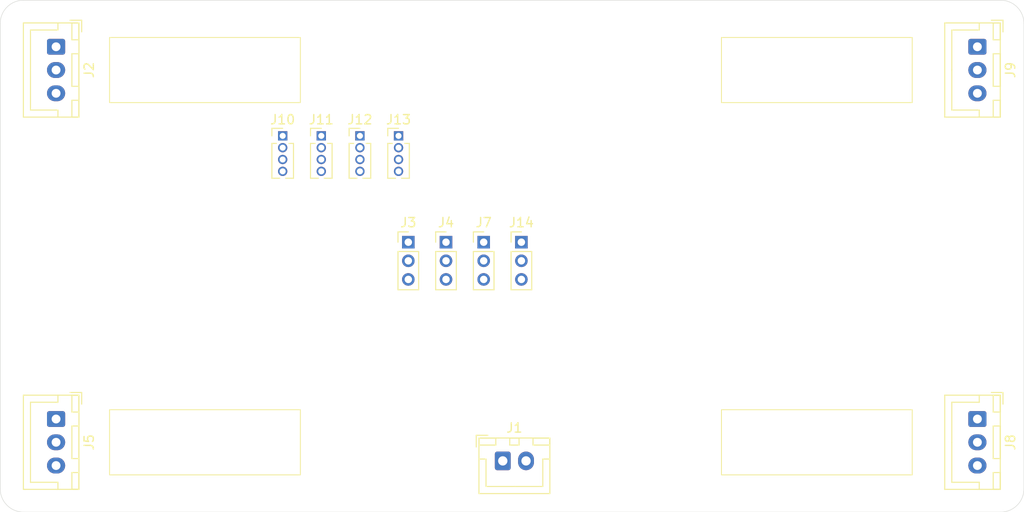
<source format=kicad_pcb>
(kicad_pcb (version 20241229) (generator "pcbnew") (generator_version "9.0")
  (layers (0 "F.Cu" signal) (2 "B.Cu" signal) (13 "F.Paste" user) (15 "B.Paste" user) (5 "F.SilkS" user "F.Silkscreen") (7 "B.SilkS" user "B.Silkscreen") (1 "F.Mask" user) (3 "B.Mask" user) (25 "Edge.Cuts" user))
  (net 0 "")
  (net 1 "Net-(J1-Pin_2)")
  (net 2 "Net-(J1-Pin_1)")
  (net 3 "Net-(J2-Pin_1)")
  (net 4 "Net-(J2-Pin_2)")
  (net 5 "Net-(J2-Pin_3)")
  (net 6 "Net-(J4-Pin_2)")
  (net 7 "Net-(J4-Pin_3)")
  (net 8 "Net-(J4-Pin_1)")
  (net 9 "Net-(J3-Pin_2)")
  (net 10 "Net-(J3-Pin_3)")
  (net 11 "Net-(J3-Pin_1)")
  (net 12 "Net-(J14-Pin_1)")
  (net 13 "Net-(J14-Pin_2)")
  (net 14 "Net-(J14-Pin_3)")
  (footprint "Connector_PinHeader_2.00mm:PinHeader_1x03_P2.00mm_Vertical" (layer "F.Cu") (at 164.95 51)
    (property "Reference" "J7" (at 0 -2.11 0) (layer "F.SilkS"))
    (property "Value" "ESC 0 OUT")
    (fp_line (start -1.11 -1.11) (end 0 -1.11) (stroke (width 0.12)) (layer "F.SilkS"))
    (fp_line (start -1.11 0) (end -1.11 -1.11) (stroke (width 0.12)) (layer "F.SilkS"))
    (fp_line (start -1.11 1) (end -1.11 5.11) (stroke (width 0.12)) (layer "F.SilkS"))
    (fp_line (start -1.11 1) (end 1.11 1) (stroke (width 0.12)) (layer "F.SilkS"))
    (fp_line (start -1.11 5.11) (end 1.11 5.11) (stroke (width 0.12)) (layer "F.SilkS"))
    (fp_line (start 1.11 1) (end 1.11 5.11) (stroke (width 0.12)) (layer "F.SilkS"))
    (pad "1" thru_hole rect (at 0 0) (size 1.35 1.35) (drill 0.8) (layers "*.Cu" "*.Mask") (net 5 "Net-(J2-Pin_3)"))
    (pad "2" thru_hole circle (at 0 2) (size 1.35 1.35) (drill 0.8) (layers "*.Cu" "*.Mask") (net 4 "Net-(J2-Pin_2)"))
    (pad "3" thru_hole circle (at 0 4) (size 1.35 1.35) (drill 0.8) (layers "*.Cu" "*.Mask") (net 3 "Net-(J2-Pin_1)"))
  )
  (footprint "Connector_PinHeader_1.27mm:PinHeader_1x04_P1.27mm_Vertical" (layer "F.Cu") (at 143.35 39.575)
    (property "Reference" "J10" (at 0 -1.745 0) (layer "F.SilkS"))
    (property "Value" "ESC 0 IN")
    (fp_line (start -1.16 -0.81) (end 0 -0.81) (stroke (width 0.12)) (layer "F.SilkS"))
    (fp_line (start -1.16 0) (end -1.16 -0.81) (stroke (width 0.12)) (layer "F.SilkS"))
    (fp_line (start -1.16 0.81) (end -1.16 4.555) (stroke (width 0.12)) (layer "F.SilkS"))
    (fp_line (start -1.16 0.81) (end -0.666708 0.81) (stroke (width 0.12)) (layer "F.SilkS"))
    (fp_line (start -1.16 4.555) (end -0.317923 4.555) (stroke (width 0.12)) (layer "F.SilkS"))
    (fp_line (start 0.317923 4.555) (end 1.16 4.555) (stroke (width 0.12)) (layer "F.SilkS"))
    (fp_line (start 0.666708 0.81) (end 1.16 0.81) (stroke (width 0.12)) (layer "F.SilkS"))
    (fp_line (start 1.16 0.81) (end 1.16 4.555) (stroke (width 0.12)) (layer "F.SilkS"))
    (pad "1" thru_hole rect (at 0 0) (size 1 1) (drill 0.65) (layers "*.Cu" "*.Mask"))
    (pad "2" thru_hole circle (at 0 1.27) (size 1 1) (drill 0.65) (layers "*.Cu" "*.Mask"))
    (pad "3" thru_hole circle (at 0 2.54) (size 1 1) (drill 0.65) (layers "*.Cu" "*.Mask") (net 1 "Net-(J1-Pin_2)"))
    (pad "4" thru_hole circle (at 0 3.81) (size 1 1) (drill 0.65) (layers "*.Cu" "*.Mask") (net 2 "Net-(J1-Pin_1)"))
  )
  (footprint "Connector_PinHeader_1.27mm:PinHeader_1x04_P1.27mm_Vertical" (layer "F.Cu") (at 151.65 39.575)
    (property "Reference" "J12" (at 0 -1.745 0) (layer "F.SilkS"))
    (property "Value" "ESC 0 IN")
    (fp_line (start -1.16 -0.81) (end 0 -0.81) (stroke (width 0.12)) (layer "F.SilkS"))
    (fp_line (start -1.16 0) (end -1.16 -0.81) (stroke (width 0.12)) (layer "F.SilkS"))
    (fp_line (start -1.16 0.81) (end -1.16 4.555) (stroke (width 0.12)) (layer "F.SilkS"))
    (fp_line (start -1.16 0.81) (end -0.666708 0.81) (stroke (width 0.12)) (layer "F.SilkS"))
    (fp_line (start -1.16 4.555) (end -0.317923 4.555) (stroke (width 0.12)) (layer "F.SilkS"))
    (fp_line (start 0.317923 4.555) (end 1.16 4.555) (stroke (width 0.12)) (layer "F.SilkS"))
    (fp_line (start 0.666708 0.81) (end 1.16 0.81) (stroke (width 0.12)) (layer "F.SilkS"))
    (fp_line (start 1.16 0.81) (end 1.16 4.555) (stroke (width 0.12)) (layer "F.SilkS"))
    (pad "1" thru_hole rect (at 0 0) (size 1 1) (drill 0.65) (layers "*.Cu" "*.Mask"))
    (pad "2" thru_hole circle (at 0 1.27) (size 1 1) (drill 0.65) (layers "*.Cu" "*.Mask"))
    (pad "3" thru_hole circle (at 0 2.54) (size 1 1) (drill 0.65) (layers "*.Cu" "*.Mask") (net 1 "Net-(J1-Pin_2)"))
    (pad "4" thru_hole circle (at 0 3.81) (size 1 1) (drill 0.65) (layers "*.Cu" "*.Mask") (net 2 "Net-(J1-Pin_1)"))
  )
  (footprint "Connector_PinHeader_1.27mm:PinHeader_1x04_P1.27mm_Vertical" (layer "F.Cu") (at 155.8 39.575)
    (property "Reference" "J13" (at 0 -1.745 0) (layer "F.SilkS"))
    (property "Value" "ESC 0 IN")
    (fp_line (start -1.16 -0.81) (end 0 -0.81) (stroke (width 0.12)) (layer "F.SilkS"))
    (fp_line (start -1.16 0) (end -1.16 -0.81) (stroke (width 0.12)) (layer "F.SilkS"))
    (fp_line (start -1.16 0.81) (end -1.16 4.555) (stroke (width 0.12)) (layer "F.SilkS"))
    (fp_line (start -1.16 0.81) (end -0.666708 0.81) (stroke (width 0.12)) (layer "F.SilkS"))
    (fp_line (start -1.16 4.555) (end -0.317923 4.555) (stroke (width 0.12)) (layer "F.SilkS"))
    (fp_line (start 0.317923 4.555) (end 1.16 4.555) (stroke (width 0.12)) (layer "F.SilkS"))
    (fp_line (start 0.666708 0.81) (end 1.16 0.81) (stroke (width 0.12)) (layer "F.SilkS"))
    (fp_line (start 1.16 0.81) (end 1.16 4.555) (stroke (width 0.12)) (layer "F.SilkS"))
    (pad "1" thru_hole rect (at 0 0) (size 1 1) (drill 0.65) (layers "*.Cu" "*.Mask"))
    (pad "2" thru_hole circle (at 0 1.27) (size 1 1) (drill 0.65) (layers "*.Cu" "*.Mask"))
    (pad "3" thru_hole circle (at 0 2.54) (size 1 1) (drill 0.65) (layers "*.Cu" "*.Mask") (net 1 "Net-(J1-Pin_2)"))
    (pad "4" thru_hole circle (at 0 3.81) (size 1 1) (drill 0.65) (layers "*.Cu" "*.Mask") (net 2 "Net-(J1-Pin_1)"))
  )
  (footprint "Connector_PinHeader_2.00mm:PinHeader_1x03_P2.00mm_Vertical" (layer "F.Cu") (at 160.9 51)
    (property "Reference" "J4" (at 0 -2.11 0) (layer "F.SilkS"))
    (property "Value" "ESC 0 OUT")
    (fp_line (start -1.11 -1.11) (end 0 -1.11) (stroke (width 0.12)) (layer "F.SilkS"))
    (fp_line (start -1.11 0) (end -1.11 -1.11) (stroke (width 0.12)) (layer "F.SilkS"))
    (fp_line (start -1.11 1) (end -1.11 5.11) (stroke (width 0.12)) (layer "F.SilkS"))
    (fp_line (start -1.11 1) (end 1.11 1) (stroke (width 0.12)) (layer "F.SilkS"))
    (fp_line (start -1.11 5.11) (end 1.11 5.11) (stroke (width 0.12)) (layer "F.SilkS"))
    (fp_line (start 1.11 1) (end 1.11 5.11) (stroke (width 0.12)) (layer "F.SilkS"))
    (pad "1" thru_hole rect (at 0 0) (size 1.35 1.35) (drill 0.8) (layers "*.Cu" "*.Mask") (net 8 "Net-(J4-Pin_1)"))
    (pad "2" thru_hole circle (at 0 2) (size 1.35 1.35) (drill 0.8) (layers "*.Cu" "*.Mask") (net 6 "Net-(J4-Pin_2)"))
    (pad "3" thru_hole circle (at 0 4) (size 1.35 1.35) (drill 0.8) (layers "*.Cu" "*.Mask") (net 7 "Net-(J4-Pin_3)"))
  )
  (footprint "Connector_JST:JST_XH_B3B-XH-A_1x03_P2.50mm_Vertical" (layer "F.Cu") (at 218 70 -90)
    (property "Reference" "J8" (at 2.5 -3.55 90) (layer "F.SilkS"))
    (property "Value" "Motor 3 IN")
    (fp_line (start -2.56 3.51) (end 7.56 3.51) (stroke (width 0.12)) (layer "F.SilkS"))
    (fp_line (start 7.56 3.51) (end 7.56 -2.46) (stroke (width 0.12)) (layer "F.SilkS"))
    (fp_line (start -1.8 2.75) (end 2.5 2.75) (stroke (width 0.12)) (layer "F.SilkS"))
    (fp_line (start 6.8 2.75) (end 2.5 2.75) (stroke (width 0.12)) (layer "F.SilkS"))
    (fp_line (start -2.55 -0.2) (end -1.8 -0.2) (stroke (width 0.12)) (layer "F.SilkS"))
    (fp_line (start -1.8 -0.2) (end -1.8 2.75) (stroke (width 0.12)) (layer "F.SilkS"))
    (fp_line (start 6.8 -0.2) (end 6.8 2.75) (stroke (width 0.12)) (layer "F.SilkS"))
    (fp_line (start 7.55 -0.2) (end 6.8 -0.2) (stroke (width 0.12)) (layer "F.SilkS"))
    (fp_line (start -2.55 -1.7) (end -0.75 -1.7) (stroke (width 0.12)) (layer "F.SilkS"))
    (fp_line (start -0.75 -1.7) (end -0.75 -2.45) (stroke (width 0.12)) (layer "F.SilkS"))
    (fp_line (start 0.75 -1.7) (end 4.25 -1.7) (stroke (width 0.12)) (layer "F.SilkS"))
    (fp_line (start 4.25 -1.7) (end 4.25 -2.45) (stroke (width 0.12)) (layer "F.SilkS"))
    (fp_line (start 5.75 -1.7) (end 7.55 -1.7) (stroke (width 0.12)) (layer "F.SilkS"))
    (fp_line (start 7.55 -1.7) (end 7.55 -2.45) (stroke (width 0.12)) (layer "F.SilkS"))
    (fp_line (start -2.55 -2.45) (end -2.55 -1.7) (stroke (width 0.12)) (layer "F.SilkS"))
    (fp_line (start -0.75 -2.45) (end -2.55 -2.45) (stroke (width 0.12)) (layer "F.SilkS"))
    (fp_line (start 0.75 -2.45) (end 0.75 -1.7) (stroke (width 0.12)) (layer "F.SilkS"))
    (fp_line (start 4.25 -2.45) (end 0.75 -2.45) (stroke (width 0.12)) (layer "F.SilkS"))
    (fp_line (start 5.75 -2.45) (end 5.75 -1.7) (stroke (width 0.12)) (layer "F.SilkS"))
    (fp_line (start 7.55 -2.45) (end 5.75 -2.45) (stroke (width 0.12)) (layer "F.SilkS"))
    (fp_line (start -2.56 -2.46) (end -2.56 3.51) (stroke (width 0.12)) (layer "F.SilkS"))
    (fp_line (start 7.56 -2.46) (end -2.56 -2.46) (stroke (width 0.12)) (layer "F.SilkS"))
    (fp_line (start -2.85 -2.75) (end -2.85 -1.5) (stroke (width 0.12)) (layer "F.SilkS"))
    (fp_line (start -1.6 -2.75) (end -2.85 -2.75) (stroke (width 0.12)) (layer "F.SilkS"))
    (pad "1" thru_hole roundrect (at 0 0 270) (size 1.7 1.95) (drill 0.95) (layers "*.Cu" "*.Mask") (roundrect_rratio 0.147059) (net 7 "Net-(J4-Pin_3)"))
    (pad "2" thru_hole oval (at 2.5 0 270) (size 1.7 1.95) (drill 0.95) (layers "*.Cu" "*.Mask") (net 6 "Net-(J4-Pin_2)"))
    (pad "3" thru_hole oval (at 5 0 270) (size 1.7 1.95) (drill 0.95) (layers "*.Cu" "*.Mask") (net 8 "Net-(J4-Pin_1)"))
  )
  (footprint "Connector_PinHeader_2.00mm:PinHeader_1x03_P2.00mm_Vertical" (layer "F.Cu") (at 156.85 51)
    (property "Reference" "J3" (at 0 -2.11 0) (layer "F.SilkS"))
    (property "Value" "ESC 0 OUT")
    (fp_line (start -1.11 -1.11) (end 0 -1.11) (stroke (width 0.12)) (layer "F.SilkS"))
    (fp_line (start -1.11 0) (end -1.11 -1.11) (stroke (width 0.12)) (layer "F.SilkS"))
    (fp_line (start -1.11 1) (end -1.11 5.11) (stroke (width 0.12)) (layer "F.SilkS"))
    (fp_line (start -1.11 1) (end 1.11 1) (stroke (width 0.12)) (layer "F.SilkS"))
    (fp_line (start -1.11 5.11) (end 1.11 5.11) (stroke (width 0.12)) (layer "F.SilkS"))
    (fp_line (start 1.11 1) (end 1.11 5.11) (stroke (width 0.12)) (layer "F.SilkS"))
    (pad "1" thru_hole rect (at 0 0) (size 1.35 1.35) (drill 0.8) (layers "*.Cu" "*.Mask") (net 11 "Net-(J3-Pin_1)"))
    (pad "2" thru_hole circle (at 0 2) (size 1.35 1.35) (drill 0.8) (layers "*.Cu" "*.Mask") (net 9 "Net-(J3-Pin_2)"))
    (pad "3" thru_hole circle (at 0 4) (size 1.35 1.35) (drill 0.8) (layers "*.Cu" "*.Mask") (net 10 "Net-(J3-Pin_3)"))
  )
  (footprint "Connector_JST:JST_XH_B3B-XH-A_1x03_P2.50mm_Vertical" (layer "F.Cu") (at 119 30 -90)
    (property "Reference" "J2" (at 2.5 -3.55 90) (layer "F.SilkS"))
    (property "Value" "Motor 1 IN")
    (fp_line (start -2.56 3.51) (end 7.56 3.51) (stroke (width 0.12)) (layer "F.SilkS"))
    (fp_line (start 7.56 3.51) (end 7.56 -2.46) (stroke (width 0.12)) (layer "F.SilkS"))
    (fp_line (start -1.8 2.75) (end 2.5 2.75) (stroke (width 0.12)) (layer "F.SilkS"))
    (fp_line (start 6.8 2.75) (end 2.5 2.75) (stroke (width 0.12)) (layer "F.SilkS"))
    (fp_line (start -2.55 -0.2) (end -1.8 -0.2) (stroke (width 0.12)) (layer "F.SilkS"))
    (fp_line (start -1.8 -0.2) (end -1.8 2.75) (stroke (width 0.12)) (layer "F.SilkS"))
    (fp_line (start 6.8 -0.2) (end 6.8 2.75) (stroke (width 0.12)) (layer "F.SilkS"))
    (fp_line (start 7.55 -0.2) (end 6.8 -0.2) (stroke (width 0.12)) (layer "F.SilkS"))
    (fp_line (start -2.55 -1.7) (end -0.75 -1.7) (stroke (width 0.12)) (layer "F.SilkS"))
    (fp_line (start -0.75 -1.7) (end -0.75 -2.45) (stroke (width 0.12)) (layer "F.SilkS"))
    (fp_line (start 0.75 -1.7) (end 4.25 -1.7) (stroke (width 0.12)) (layer "F.SilkS"))
    (fp_line (start 4.25 -1.7) (end 4.25 -2.45) (stroke (width 0.12)) (layer "F.SilkS"))
    (fp_line (start 5.75 -1.7) (end 7.55 -1.7) (stroke (width 0.12)) (layer "F.SilkS"))
    (fp_line (start 7.55 -1.7) (end 7.55 -2.45) (stroke (width 0.12)) (layer "F.SilkS"))
    (fp_line (start -2.55 -2.45) (end -2.55 -1.7) (stroke (width 0.12)) (layer "F.SilkS"))
    (fp_line (start -0.75 -2.45) (end -2.55 -2.45) (stroke (width 0.12)) (layer "F.SilkS"))
    (fp_line (start 0.75 -2.45) (end 0.75 -1.7) (stroke (width 0.12)) (layer "F.SilkS"))
    (fp_line (start 4.25 -2.45) (end 0.75 -2.45) (stroke (width 0.12)) (layer "F.SilkS"))
    (fp_line (start 5.75 -2.45) (end 5.75 -1.7) (stroke (width 0.12)) (layer "F.SilkS"))
    (fp_line (start 7.55 -2.45) (end 5.75 -2.45) (stroke (width 0.12)) (layer "F.SilkS"))
    (fp_line (start -2.56 -2.46) (end -2.56 3.51) (stroke (width 0.12)) (layer "F.SilkS"))
    (fp_line (start 7.56 -2.46) (end -2.56 -2.46) (stroke (width 0.12)) (layer "F.SilkS"))
    (fp_line (start -2.85 -2.75) (end -2.85 -1.5) (stroke (width 0.12)) (layer "F.SilkS"))
    (fp_line (start -1.6 -2.75) (end -2.85 -2.75) (stroke (width 0.12)) (layer "F.SilkS"))
    (pad "1" thru_hole roundrect (at 0 0 270) (size 1.7 1.95) (drill 0.95) (layers "*.Cu" "*.Mask") (roundrect_rratio 0.147059) (net 3 "Net-(J2-Pin_1)"))
    (pad "2" thru_hole oval (at 2.5 0 270) (size 1.7 1.95) (drill 0.95) (layers "*.Cu" "*.Mask") (net 4 "Net-(J2-Pin_2)"))
    (pad "3" thru_hole oval (at 5 0 270) (size 1.7 1.95) (drill 0.95) (layers "*.Cu" "*.Mask") (net 5 "Net-(J2-Pin_3)"))
  )
  (footprint "Connector_JST:JST_XH_B3B-XH-A_1x03_P2.50mm_Vertical" (layer "F.Cu") (at 119 70 -90)
    (property "Reference" "J5" (at 2.5 -3.55 90) (layer "F.SilkS"))
    (property "Value" "Motor 2 IN")
    (fp_line (start -2.56 3.51) (end 7.56 3.51) (stroke (width 0.12)) (layer "F.SilkS"))
    (fp_line (start 7.56 3.51) (end 7.56 -2.46) (stroke (width 0.12)) (layer "F.SilkS"))
    (fp_line (start -1.8 2.75) (end 2.5 2.75) (stroke (width 0.12)) (layer "F.SilkS"))
    (fp_line (start 6.8 2.75) (end 2.5 2.75) (stroke (width 0.12)) (layer "F.SilkS"))
    (fp_line (start -2.55 -0.2) (end -1.8 -0.2) (stroke (width 0.12)) (layer "F.SilkS"))
    (fp_line (start -1.8 -0.2) (end -1.8 2.75) (stroke (width 0.12)) (layer "F.SilkS"))
    (fp_line (start 6.8 -0.2) (end 6.8 2.75) (stroke (width 0.12)) (layer "F.SilkS"))
    (fp_line (start 7.55 -0.2) (end 6.8 -0.2) (stroke (width 0.12)) (layer "F.SilkS"))
    (fp_line (start -2.55 -1.7) (end -0.75 -1.7) (stroke (width 0.12)) (layer "F.SilkS"))
    (fp_line (start -0.75 -1.7) (end -0.75 -2.45) (stroke (width 0.12)) (layer "F.SilkS"))
    (fp_line (start 0.75 -1.7) (end 4.25 -1.7) (stroke (width 0.12)) (layer "F.SilkS"))
    (fp_line (start 4.25 -1.7) (end 4.25 -2.45) (stroke (width 0.12)) (layer "F.SilkS"))
    (fp_line (start 5.75 -1.7) (end 7.55 -1.7) (stroke (width 0.12)) (layer "F.SilkS"))
    (fp_line (start 7.55 -1.7) (end 7.55 -2.45) (stroke (width 0.12)) (layer "F.SilkS"))
    (fp_line (start -2.55 -2.45) (end -2.55 -1.7) (stroke (width 0.12)) (layer "F.SilkS"))
    (fp_line (start -0.75 -2.45) (end -2.55 -2.45) (stroke (width 0.12)) (layer "F.SilkS"))
    (fp_line (start 0.75 -2.45) (end 0.75 -1.7) (stroke (width 0.12)) (layer "F.SilkS"))
    (fp_line (start 4.25 -2.45) (end 0.75 -2.45) (stroke (width 0.12)) (layer "F.SilkS"))
    (fp_line (start 5.75 -2.45) (end 5.75 -1.7) (stroke (width 0.12)) (layer "F.SilkS"))
    (fp_line (start 7.55 -2.45) (end 5.75 -2.45) (stroke (width 0.12)) (layer "F.SilkS"))
    (fp_line (start -2.56 -2.46) (end -2.56 3.51) (stroke (width 0.12)) (layer "F.SilkS"))
    (fp_line (start 7.56 -2.46) (end -2.56 -2.46) (stroke (width 0.12)) (layer "F.SilkS"))
    (fp_line (start -2.85 -2.75) (end -2.85 -1.5) (stroke (width 0.12)) (layer "F.SilkS"))
    (fp_line (start -1.6 -2.75) (end -2.85 -2.75) (stroke (width 0.12)) (layer "F.SilkS"))
    (pad "1" thru_hole roundrect (at 0 0 270) (size 1.7 1.95) (drill 0.95) (layers "*.Cu" "*.Mask") (roundrect_rratio 0.147059) (net 10 "Net-(J3-Pin_3)"))
    (pad "2" thru_hole oval (at 2.5 0 270) (size 1.7 1.95) (drill 0.95) (layers "*.Cu" "*.Mask") (net 9 "Net-(J3-Pin_2)"))
    (pad "3" thru_hole oval (at 5 0 270) (size 1.7 1.95) (drill 0.95) (layers "*.Cu" "*.Mask") (net 11 "Net-(J3-Pin_1)"))
  )
  (footprint "Connector_JST:JST_XH_B2B-XH-A_1x02_P2.50mm_Vertical" (layer "F.Cu") (at 167 74.5)
    (property "Reference" "J1" (at 1.25 -3.55 0) (layer "F.SilkS"))
    (property "Value" "Connector battery")
    (fp_line (start -2.85 -2.75) (end -2.85 -1.5) (stroke (width 0.12)) (layer "F.SilkS"))
    (fp_line (start -2.56 -2.46) (end -2.56 3.51) (stroke (width 0.12)) (layer "F.SilkS"))
    (fp_line (start -2.56 3.51) (end 5.06 3.51) (stroke (width 0.12)) (layer "F.SilkS"))
    (fp_line (start -2.55 -2.45) (end -2.55 -1.7) (stroke (width 0.12)) (layer "F.SilkS"))
    (fp_line (start -2.55 -1.7) (end -0.75 -1.7) (stroke (width 0.12)) (layer "F.SilkS"))
    (fp_line (start -2.55 -0.2) (end -1.8 -0.2) (stroke (width 0.12)) (layer "F.SilkS"))
    (fp_line (start -1.8 -0.2) (end -1.8 2.75) (stroke (width 0.12)) (layer "F.SilkS"))
    (fp_line (start -1.8 2.75) (end 1.25 2.75) (stroke (width 0.12)) (layer "F.SilkS"))
    (fp_line (start -1.6 -2.75) (end -2.85 -2.75) (stroke (width 0.12)) (layer "F.SilkS"))
    (fp_line (start -0.75 -2.45) (end -2.55 -2.45) (stroke (width 0.12)) (layer "F.SilkS"))
    (fp_line (start -0.75 -1.7) (end -0.75 -2.45) (stroke (width 0.12)) (layer "F.SilkS"))
    (fp_line (start 0.75 -2.45) (end 0.75 -1.7) (stroke (width 0.12)) (layer "F.SilkS"))
    (fp_line (start 0.75 -1.7) (end 1.75 -1.7) (stroke (width 0.12)) (layer "F.SilkS"))
    (fp_line (start 1.75 -2.45) (end 0.75 -2.45) (stroke (width 0.12)) (layer "F.SilkS"))
    (fp_line (start 1.75 -1.7) (end 1.75 -2.45) (stroke (width 0.12)) (layer "F.SilkS"))
    (fp_line (start 3.25 -2.45) (end 3.25 -1.7) (stroke (width 0.12)) (layer "F.SilkS"))
    (fp_line (start 3.25 -1.7) (end 5.05 -1.7) (stroke (width 0.12)) (layer "F.SilkS"))
    (fp_line (start 4.3 -0.2) (end 4.3 2.75) (stroke (width 0.12)) (layer "F.SilkS"))
    (fp_line (start 4.3 2.75) (end 1.25 2.75) (stroke (width 0.12)) (layer "F.SilkS"))
    (fp_line (start 5.05 -2.45) (end 3.25 -2.45) (stroke (width 0.12)) (layer "F.SilkS"))
    (fp_line (start 5.05 -1.7) (end 5.05 -2.45) (stroke (width 0.12)) (layer "F.SilkS"))
    (fp_line (start 5.05 -0.2) (end 4.3 -0.2) (stroke (width 0.12)) (layer "F.SilkS"))
    (fp_line (start 5.06 -2.46) (end -2.56 -2.46) (stroke (width 0.12)) (layer "F.SilkS"))
    (fp_line (start 5.06 3.51) (end 5.06 -2.46) (stroke (width 0.12)) (layer "F.SilkS"))
    (pad "1" thru_hole roundrect (at 0 0) (size 1.7 2) (drill 1) (layers "*.Cu" "*.Mask") (roundrect_rratio 0.147059) (net 2 "Net-(J1-Pin_1)"))
    (pad "2" thru_hole oval (at 2.5 0) (size 1.7 2) (drill 1) (layers "*.Cu" "*.Mask") (net 1 "Net-(J1-Pin_2)"))
  )
  (footprint "Connector_PinHeader_1.27mm:PinHeader_1x04_P1.27mm_Vertical" (layer "F.Cu") (at 147.5 39.575)
    (property "Reference" "J11" (at 0 -1.745 0) (layer "F.SilkS"))
    (property "Value" "ESC 0 IN")
    (fp_line (start -1.16 -0.81) (end 0 -0.81) (stroke (width 0.12)) (layer "F.SilkS"))
    (fp_line (start -1.16 0) (end -1.16 -0.81) (stroke (width 0.12)) (layer "F.SilkS"))
    (fp_line (start -1.16 0.81) (end -1.16 4.555) (stroke (width 0.12)) (layer "F.SilkS"))
    (fp_line (start -1.16 0.81) (end -0.666708 0.81) (stroke (width 0.12)) (layer "F.SilkS"))
    (fp_line (start -1.16 4.555) (end -0.317923 4.555) (stroke (width 0.12)) (layer "F.SilkS"))
    (fp_line (start 0.317923 4.555) (end 1.16 4.555) (stroke (width 0.12)) (layer "F.SilkS"))
    (fp_line (start 0.666708 0.81) (end 1.16 0.81) (stroke (width 0.12)) (layer "F.SilkS"))
    (fp_line (start 1.16 0.81) (end 1.16 4.555) (stroke (width 0.12)) (layer "F.SilkS"))
    (pad "1" thru_hole rect (at 0 0) (size 1 1) (drill 0.65) (layers "*.Cu" "*.Mask"))
    (pad "2" thru_hole circle (at 0 1.27) (size 1 1) (drill 0.65) (layers "*.Cu" "*.Mask"))
    (pad "3" thru_hole circle (at 0 2.54) (size 1 1) (drill 0.65) (layers "*.Cu" "*.Mask") (net 1 "Net-(J1-Pin_2)"))
    (pad "4" thru_hole circle (at 0 3.81) (size 1 1) (drill 0.65) (layers "*.Cu" "*.Mask") (net 2 "Net-(J1-Pin_1)"))
  )
  (footprint "Connector_PinHeader_2.00mm:PinHeader_1x03_P2.00mm_Vertical" (layer "F.Cu") (at 169 51)
    (property "Reference" "J14" (at 0 -2.11 0) (layer "F.SilkS"))
    (property "Value" "ESC 0 OUT")
    (fp_line (start -1.11 -1.11) (end 0 -1.11) (stroke (width 0.12)) (layer "F.SilkS"))
    (fp_line (start -1.11 0) (end -1.11 -1.11) (stroke (width 0.12)) (layer "F.SilkS"))
    (fp_line (start -1.11 1) (end -1.11 5.11) (stroke (width 0.12)) (layer "F.SilkS"))
    (fp_line (start -1.11 1) (end 1.11 1) (stroke (width 0.12)) (layer "F.SilkS"))
    (fp_line (start -1.11 5.11) (end 1.11 5.11) (stroke (width 0.12)) (layer "F.SilkS"))
    (fp_line (start 1.11 1) (end 1.11 5.11) (stroke (width 0.12)) (layer "F.SilkS"))
    (pad "1" thru_hole rect (at 0 0) (size 1.35 1.35) (drill 0.8) (layers "*.Cu" "*.Mask") (net 12 "Net-(J14-Pin_1)"))
    (pad "2" thru_hole circle (at 0 2) (size 1.35 1.35) (drill 0.8) (layers "*.Cu" "*.Mask") (net 13 "Net-(J14-Pin_2)"))
    (pad "3" thru_hole circle (at 0 4) (size 1.35 1.35) (drill 0.8) (layers "*.Cu" "*.Mask") (net 14 "Net-(J14-Pin_3)"))
  )
  (footprint "Connector_JST:JST_XH_B3B-XH-A_1x03_P2.50mm_Vertical" (layer "F.Cu") (at 218 30 -90)
    (property "Reference" "J9" (at 2.5 -3.55 90) (layer "F.SilkS"))
    (property "Value" "Motor 0 IN")
    (fp_line (start -2.56 3.51) (end 7.56 3.51) (stroke (width 0.12)) (layer "F.SilkS"))
    (fp_line (start 7.56 3.51) (end 7.56 -2.46) (stroke (width 0.12)) (layer "F.SilkS"))
    (fp_line (start -1.8 2.75) (end 2.5 2.75) (stroke (width 0.12)) (layer "F.SilkS"))
    (fp_line (start 6.8 2.75) (end 2.5 2.75) (stroke (width 0.12)) (layer "F.SilkS"))
    (fp_line (start -2.55 -0.2) (end -1.8 -0.2) (stroke (width 0.12)) (layer "F.SilkS"))
    (fp_line (start -1.8 -0.2) (end -1.8 2.75) (stroke (width 0.12)) (layer "F.SilkS"))
    (fp_line (start 6.8 -0.2) (end 6.8 2.75) (stroke (width 0.12)) (layer "F.SilkS"))
    (fp_line (start 7.55 -0.2) (end 6.8 -0.2) (stroke (width 0.12)) (layer "F.SilkS"))
    (fp_line (start -2.55 -1.7) (end -0.75 -1.7) (stroke (width 0.12)) (layer "F.SilkS"))
    (fp_line (start -0.75 -1.7) (end -0.75 -2.45) (stroke (width 0.12)) (layer "F.SilkS"))
    (fp_line (start 0.75 -1.7) (end 4.25 -1.7) (stroke (width 0.12)) (layer "F.SilkS"))
    (fp_line (start 4.25 -1.7) (end 4.25 -2.45) (stroke (width 0.12)) (layer "F.SilkS"))
    (fp_line (start 5.75 -1.7) (end 7.55 -1.7) (stroke (width 0.12)) (layer "F.SilkS"))
    (fp_line (start 7.55 -1.7) (end 7.55 -2.45) (stroke (width 0.12)) (layer "F.SilkS"))
    (fp_line (start -2.55 -2.45) (end -2.55 -1.7) (stroke (width 0.12)) (layer "F.SilkS"))
    (fp_line (start -0.75 -2.45) (end -2.55 -2.45) (stroke (width 0.12)) (layer "F.SilkS"))
    (fp_line (start 0.75 -2.45) (end 0.75 -1.7) (stroke (width 0.12)) (layer "F.SilkS"))
    (fp_line (start 4.25 -2.45) (end 0.75 -2.45) (stroke (width 0.12)) (layer "F.SilkS"))
    (fp_line (start 5.75 -2.45) (end 5.75 -1.7) (stroke (width 0.12)) (layer "F.SilkS"))
    (fp_line (start 7.55 -2.45) (end 5.75 -2.45) (stroke (width 0.12)) (layer "F.SilkS"))
    (fp_line (start -2.56 -2.46) (end -2.56 3.51) (stroke (width 0.12)) (layer "F.SilkS"))
    (fp_line (start 7.56 -2.46) (end -2.56 -2.46) (stroke (width 0.12)) (layer "F.SilkS"))
    (fp_line (start -2.85 -2.75) (end -2.85 -1.5) (stroke (width 0.12)) (layer "F.SilkS"))
    (fp_line (start -1.6 -2.75) (end -2.85 -2.75) (stroke (width 0.12)) (layer "F.SilkS"))
    (pad "1" thru_hole roundrect (at 0 0 270) (size 1.7 1.95) (drill 0.95) (layers "*.Cu" "*.Mask") (roundrect_rratio 0.147059) (net 14 "Net-(J14-Pin_3)"))
    (pad "2" thru_hole oval (at 2.5 0 270) (size 1.7 1.95) (drill 0.95) (layers "*.Cu" "*.Mask") (net 13 "Net-(J14-Pin_2)"))
    (pad "3" thru_hole oval (at 5 0 270) (size 1.7 1.95) (drill 0.95) (layers "*.Cu" "*.Mask") (net 12 "Net-(J14-Pin_1)"))
  )
  (gr_rect (start 190.5 69) (end 211 76) (stroke (width 0.1)) (fill no) (layer "F.SilkS"))
  (gr_rect (start 124.75 69) (end 145.25 76) (stroke (width 0.1)) (fill no) (layer "F.SilkS"))
  (gr_rect (start 190.5 29) (end 211 36) (stroke (width 0.1)) (fill no) (layer "F.SilkS"))
  (gr_rect (start 124.75 29) (end 145.25 36) (stroke (width 0.1)) (fill no) (layer "F.SilkS"))
  (gr_line (start 223 27.5) (end 223 77.5) (stroke (width 0.05)) (layer "Edge.Cuts"))
  (gr_arc (start 115.5 80) (mid 113.732233 79.267767) (end 113 77.5) (stroke (width 0.05)) (layer "Edge.Cuts"))
  (gr_arc (start 113 27.5) (mid 113.732233 25.732233) (end 115.5 25) (stroke (width 0.05)) (layer "Edge.Cuts"))
  (gr_arc (start 223 77.5) (mid 222.267767 79.267767) (end 220.5 80) (stroke (width 0.05)) (layer "Edge.Cuts"))
  (gr_arc (start 220.5 25) (mid 222.267767 25.732233) (end 223 27.5) (stroke (width 0.05)) (layer "Edge.Cuts"))
  (gr_line (start 113 77.5) (end 113 27.5) (stroke (width 0.05)) (layer "Edge.Cuts"))
  (gr_line (start 220.5 80) (end 115.5 80) (stroke (width 0.05)) (layer "Edge.Cuts"))
  (gr_line (start 115.5 25) (end 220.5 25) (stroke (width 0.05)) (layer "Edge.Cuts"))
)
</source>
